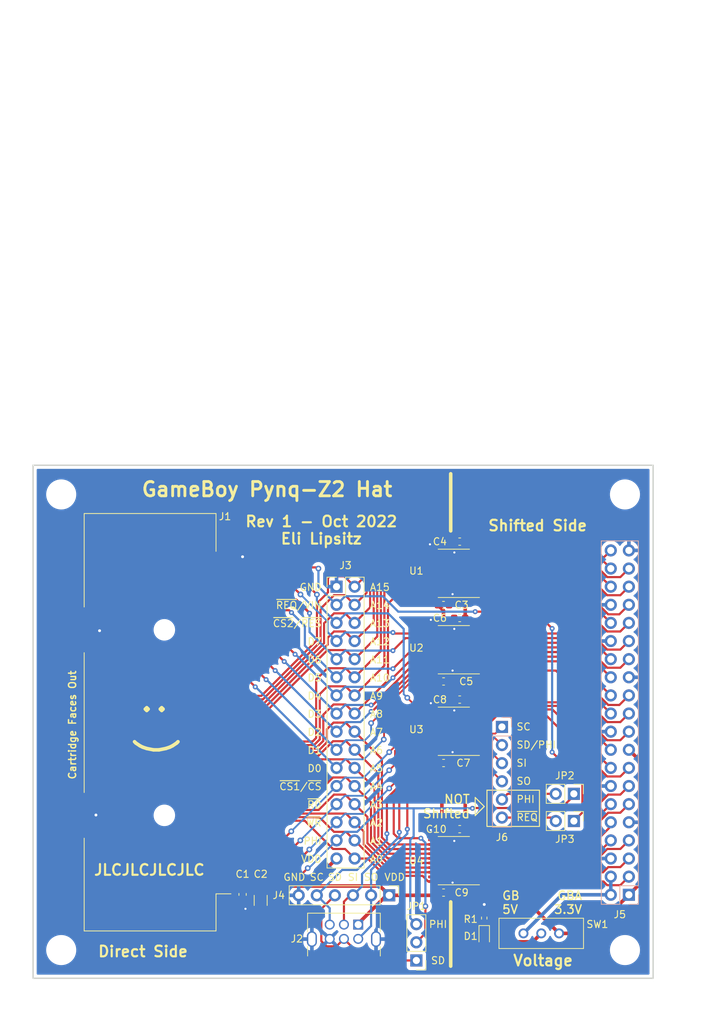
<source format=kicad_pcb>
(kicad_pcb (version 20211014) (generator pcbnew)
  (layers (0 "F.Cu" signal) (31 "B.Cu" power) (34 "B.Paste" user) (35 "F.Paste" user) (36 "B.SilkS" user "B.Silkscreen") (37 "F.SilkS" user "F.Silkscreen") (38 "B.Mask" user) (39 "F.Mask" user) (44 "Edge.Cuts" user))
  (net 0 "")
  (net 1 "VDD")
  (net 2 "GND")
  (net 3 "+3.3V")
  (net 4 "Net-(D1-Pad1)")
  (net 5 "/Cart_PHI")
  (net 6 "/Cart_~{WR}")
  (net 7 "/Cart_~{RD}")
  (net 8 "/Cart_~{CS}")
  (net 9 "/Cart_A0")
  (net 10 "/Cart_A1")
  (net 11 "/Cart_A2")
  (net 12 "/Cart_A3")
  (net 13 "/Cart_A4")
  (net 14 "/Cart_A5")
  (net 15 "/Cart_A6")
  (net 16 "/Cart_A7")
  (net 17 "/Cart_A8")
  (net 18 "/Cart_A9")
  (net 19 "/Cart_A10")
  (net 20 "/Cart_A11")
  (net 21 "/Cart_A12")
  (net 22 "/Cart_A13")
  (net 23 "/Cart_A14")
  (net 24 "/Cart_A15")
  (net 25 "/Cart_D0")
  (net 26 "/Cart_D1")
  (net 27 "/Cart_D2")
  (net 28 "/Cart_D3")
  (net 29 "/Cart_D4")
  (net 30 "/Cart_D5")
  (net 31 "/Cart_D6")
  (net 32 "/Cart_D7")
  (net 33 "/Cart_~{RES}")
  (net 34 "/Cart_VIN")
  (net 35 "/Link_SO")
  (net 36 "/Link_SI")
  (net 37 "/Link_SD")
  (net 38 "/Link_SC")
  (net 39 "/Shift_Aux")
  (net 40 "+5V")
  (net 41 "/Out_~{WR}")
  (net 42 "/Out_~{RD}")
  (net 43 "/Out_~{CS}")
  (net 44 "/Out_~{RES}")
  (net 45 "/Out_A0")
  (net 46 "/Out_A1")
  (net 47 "/Out_A2")
  (net 48 "/Out_A3")
  (net 49 "/Out_A4")
  (net 50 "/Out_A5")
  (net 51 "/Out_A6")
  (net 52 "/Out_A7")
  (net 53 "/Out_A8")
  (net 54 "/Out_A9")
  (net 55 "/Out_A10")
  (net 56 "/Out_A11")
  (net 57 "/Out_A12")
  (net 58 "/Out_A13")
  (net 59 "/Out_A14")
  (net 60 "/Out_A15")
  (net 61 "/Out_D0")
  (net 62 "/Out_D1")
  (net 63 "/Out_D2")
  (net 64 "/Out_D3")
  (net 65 "/Out_D4")
  (net 66 "/Out_D5")
  (net 67 "/Out_D6")
  (net 68 "/Out_D7")
  (net 69 "/Out_Link_SO")
  (net 70 "/Out_Link_SI")
  (net 71 "/Out_Aux")
  (net 72 "/Out_Link_SC")
  (net 73 "Net-(J6-Pad5)")
  (net 74 "Net-(J6-Pad6)")
  (footprint "Capacitor_SMD:C_0603_1608Metric" (layer "F.Cu") (at 173.99 59.395 180)
    (fp_text reference "C3")
    (fp_text value "0.1uF")
  )
  (footprint "Misc:EG1218" (layer "F.Cu") (at 190.206 105.41 -90)
    (fp_text reference "SW1")
    (fp_text value "SW_SPDT" hide)
  )
  (footprint "Connector_PinHeader_2.54mm:PinHeader_1x06_P2.54mm_Vertical" (layer "F.Cu") (at 166.37 100.076 -90)
    (fp_text reference "J4")
    (fp_text value "LinkPort_Breakout")
  )
  (footprint "MountingHole:MountingHole_3.2mm_M3" (layer "F.Cu") (at 120.35 107.75)
    (fp_text reference "H1" hide)
    (fp_text value "MountingHole")
  )
  (footprint "Capacitor_SMD:C_0603_1608Metric" (layer "F.Cu") (at 176.263 90.805)
    (fp_text reference "C10")
    (fp_text value "0.1uF")
  )
  (footprint "Gekkio_Connector_PCBEdge:GameBoy_Cartridge_AGS_1x32-1MP_P1.50mm_Socket_Horizontal" (layer "F.Cu") (at 132.77 75.87 90)
    (fp_text reference "J1")
    (fp_text value "GBA_Cartridge_Slot")
  )
  (footprint "Package_SO:TSSOP-20_4.4x6.5mm_P0.65mm" (layer "F.Cu") (at 175.436802 54.95 180)
    (fp_text reference "U1")
    (fp_text value "TXS0108EPW")
  )
  (footprint "Capacitor_SMD:C_1206_3216Metric" (layer "F.Cu") (at 148.336 100.789 -90)
    (fp_text reference "C2")
    (fp_text value "10uF")
  )
  (footprint "Connector_PinHeader_2.54mm:PinHeader_1x02_P2.54mm_Vertical" (layer "F.Cu") (at 192.283 89.662 -90)
    (fp_text reference "JP3")
    (fp_text value "Jumper_2_Open")
  )
  (footprint "MountingHole:MountingHole_3.2mm_M3" (layer "F.Cu") (at 199.45 107.75)
    (fp_text reference "H2" hide)
    (fp_text value "MountingHole")
  )
  (footprint "Capacitor_SMD:C_0603_1608Metric" (layer "F.Cu") (at 176.263 61.214)
    (fp_text reference "C6")
    (fp_text value "0.1uF")
  )
  (footprint "Capacitor_SMD:C_0603_1608Metric" (layer "F.Cu") (at 145.796 99.949 -90)
    (fp_text reference "C1")
    (fp_text value "0.1uF")
  )
  (footprint "MountingHole:MountingHole_3.2mm_M3" (layer "F.Cu") (at 120.35 43.894)
    (fp_text reference "H3" hide)
    (fp_text value "MountingHole")
  )
  (footprint "Connector_PinHeader_2.54mm:PinHeader_1x03_P2.54mm_Vertical" (layer "F.Cu") (at 170.18 109.205 180)
    (fp_text reference "JP1")
    (fp_text value "Jumper_3_Open")
  )
  (footprint "MountingHole:MountingHole_3.2mm_M3" (layer "F.Cu") (at 199.45 43.894)
    (fp_text reference "H4" hide)
    (fp_text value "MountingHole")
  )
  (footprint "Capacitor_SMD:C_0603_1608Metric" (layer "F.Cu") (at 174 99.695 180)
    (fp_text reference "C9")
    (fp_text value "0.1uF")
  )
  (footprint "Capacitor_SMD:C_0603_1608Metric" (layer "F.Cu") (at 176.263 50.505)
    (fp_text reference "C4")
    (fp_text value "0.1uF")
  )
  (footprint "Capacitor_SMD:C_0603_1608Metric" (layer "F.Cu") (at 174 81.534 180)
    (fp_text reference "C7")
    (fp_text value "0.1uF")
  )
  (footprint "Package_SO:TSSOP-20_4.4x6.5mm_P0.65mm" (layer "F.Cu") (at 175.436802 77.089 180)
    (fp_text reference "U3")
    (fp_text value "TXS0108EPW")
  )
  (footprint "Capacitor_SMD:C_0603_1608Metric" (layer "F.Cu") (at 174 70.104 180)
    (fp_text reference "C5")
    (fp_text value "0.1uF")
  )
  (footprint "Package_SO:TSSOP-20_4.4x6.5mm_P0.65mm" (layer "F.Cu") (at 175.436802 95.22 180)
    (fp_text reference "U4")
    (fp_text value "TXS0108EPW")
  )
  (footprint "Gekkio_Connector:GameBoy_LinkPort_MGB_Horizontal" (layer "F.Cu") (at 162.02 104.18 -90)
    (fp_text reference "J2")
    (fp_text value "GameBoy_LinkPort")
  )
  (footprint "Connector_PinHeader_2.54mm:PinHeader_2x16_P2.54mm_Vertical" (layer "F.Cu") (at 158.98 56.82)
    (fp_text reference "J3")
    (fp_text value "Cart_Breakout")
  )
  (footprint "Capacitor_SMD:C_0603_1608Metric" (layer "F.Cu") (at 176.263 72.644)
    (fp_text reference "C8")
    (fp_text value "0.1uF")
  )
  (footprint "LED_SMD:LED_0603_1608Metric" (layer "F.Cu") (at 179.7025 105.804 -90)
    (fp_text reference "D1")
    (fp_text value "LED")
  )
  (footprint "Connector_PinHeader_2.54mm:PinHeader_1x02_P2.54mm_Vertical" (layer "F.Cu") (at 192.278 85.852 -90)
    (fp_text reference "JP2")
    (fp_text value "Jumper_2_Open")
  )
  (footprint "Resistor_SMD:R_0402_1005Metric" (layer "F.Cu") (at 179.705 103.264 -90)
    (fp_text reference "R1")
    (fp_text value "3K3")
  )
  (footprint "Package_SO:TSSOP-20_4.4x6.5mm_P0.65mm" (layer "F.Cu") (at 175.436802 65.659 180)
    (fp_text reference "U2")
    (fp_text value "TXS0108EPW")
  )
  (footprint "Connector_PinHeader_2.54mm:PinHeader_1x06_P2.54mm_Vertical" (layer "B.Cu") (at 182.19 76.48 180)
    (fp_text reference "J6")
    (fp_text value "Conn_01x06")
  )
  (footprint "Connector_PinSocket_2.54mm:PinSocket_2x20_P2.54mm_Vertical" (layer "B.Cu") (at 200 100)
    (fp_text reference "J5")
    (fp_text value "Raspberry Pi 2x20 Connector")
  )
  (gr_line (start 179.705 87.63) (end 178.435 86.36) (layer "F.SilkS") (width 0.15))
  (gr_rect (start 180.086 85.344) (end 187.452 90.424) (layer "F.SilkS") (width 0.15) (fill none))
  (gr_line (start 178.435 88.9) (end 179.705 87.63) (layer "F.SilkS") (width 0.15))
  (gr_line (start 178.435 86.36) (end 178.435 88.9) (layer "F.SilkS") (width 0.15))
  (gr_line (start 175 101) (end 175 110) (layer "F.SilkS") (width 0.5))
  (gr_line (start 179.705 87.63) (end 178.435 88.9) (layer "F.SilkS") (width 0.15))
  (gr_line (start 175 41) (end 175 49) (layer "F.SilkS") (width 0.5))
  (gr_rect locked (start 116.4 39.8) (end 203.4 111.7) (layer "Edge.Cuts") (width 0.2) (fill none))
  (gr_text "GameBoy Pynq-Z2 Hat" (at 149.225 43.18) (layer "F.SilkS") (effects (font (size 2 2) (thickness 0.4))))
  (gr_text "~{REQ}" (at 184.15 89.154) (layer "F.SilkS") (effects (font (size 1 1)) (justify left)))
  (gr_text "A6" (at 163.576 79.756) (layer "F.SilkS") (effects (font (size 1 1)) (justify left)))
  (gr_text "D6" (at 156.972 67.056) (layer "F.SilkS") (effects (font (size 1 1)) (justify right)))
  (gr_text "~{REQ}/VIN" (at 156.972 59.436) (layer "F.SilkS") (effects (font (size 1 1)) (justify right)))
  (gr_text "NOT\nShifted" (at 177.8 87.63) (layer "F.SilkS") (effects (font (size 1.25 1.25) (thickness 0.2)) (justify right)))
  (gr_text ": )" (at 133.985 76.835 270) (layer "F.SilkS") (effects (font (size 4 4) (thickness 0.5))))
  (gr_text "VDD" (at 165.608 97.536) (layer "F.SilkS") (effects (font (size 1 1)) (justify left)))
  (gr_text "D1" (at 156.972 79.756) (layer "F.SilkS") (effects (font (size 1 1)) (justify right)))
  (gr_text "D0" (at 156.972 82.296) (layer "F.SilkS") (effects (font (size 1 1)) (justify right)))
  (gr_text "D3" (at 156.972 74.676) (layer "F.SilkS") (effects (font (size 1 1)) (justify right)))
  (gr_text "SO" (at 184.15 84.074) (layer "F.SilkS") (effects (font (size 1 1)) (justify left)))
  (gr_text "SC" (at 184.15 76.454) (layer "F.SilkS") (effects (font (size 1 1)) (justify left)))
  (gr_text "A12" (at 163.576 64.516) (layer "F.SilkS") (effects (font (size 1 1)) (justify left)))
  (gr_text "D5" (at 156.972 69.596) (layer "F.SilkS") (effects (font (size 1 1)) (justify right)))
  (gr_text "Direct Side" (at 131.826 107.95) (layer "F.SilkS") (effects (font (size 1.5 1.5) (thickness 0.3))))
  (gr_text "SC" (at 156.21 97.536) (layer "F.SilkS") (effects (font (size 1 1))))
  (gr_text "PHI" (at 173.228 104.14) (layer "F.SilkS") (effects (font (size 1 1))))
  (gr_text "A8" (at 163.576 74.676) (layer "F.SilkS") (effects (font (size 1 1)) (justify left)))
  (gr_text "SI" (at 161.29 97.536) (layer "F.SilkS") (effects (font (size 1 1))))
  (gr_text "~{CS2}/~{RES}" (at 156.972 61.976) (layer "F.SilkS") (effects (font (size 1 1)) (justify right)))
  (gr_text "SD" (at 158.75 97.536) (layer "F.SilkS") (effects (font (size 1 1))))
  (gr_text "A9" (at 163.576 72.136) (layer "F.SilkS") (effects (font (size 1 1)) (justify left)))
  (gr_text "SI" (at 184.15 81.534) (layer "F.SilkS") (effects (font (size 1 1)) (justify left)))
  (gr_text "A13" (at 163.576 61.976) (layer "F.SilkS") (effects (font (size 1 1)) (justify left)))
  (gr_text "VDD" (at 156.972 94.996) (layer "F.SilkS") (effects (font (size 1 1)) (justify right)))
  (gr_text "A3" (at 163.576 87.376) (layer "F.SilkS") (effects (font (size 1 1)) (justify left)))
  (gr_text "SO" (at 163.83 97.536) (layer "F.SilkS") (effects (font (size 1 1))))
  (gr_text "A7" (at 163.576 77.216) (layer "F.SilkS") (effects (font (size 1 1)) (justify left)))
  (gr_text "Cartridge Faces Out" (at 121.92 76.2 90) (layer "F.SilkS") (effects (font (size 1 1) (thickness 0.2))))
  (gr_text "GB\n5V" (at 182.118 101.092) (layer "F.SilkS") (effects (font (size 1.2 1.2) (thickness 0.2)) (justify left)))
  (gr_text "GBA\n3.3V" (at 193.548 101.092) (layer "F.SilkS") (effects (font (size 1.2 1.2) (thickness 0.2)) (justify right)))
  (gr_text "GND" (at 156.972 56.896) (layer "F.SilkS") (effects (font (size 1 1)) (justify right)))
  (gr_text "PHI" (at 184.15 86.614) (layer "F.SilkS") (effects (font (size 1 1)) (justify left)))
  (gr_text "~{WR}" (at 156.972 89.916) (layer "F.SilkS") (effects (font (size 1 1)) (justify right)))
  (gr_text "D2" (at 156.972 77.216) (layer "F.SilkS") (effects (font (size 1 1)) (justify right)))
  (gr_text "D7" (at 156.972 64.516) (layer "F.SilkS") (effects (font (size 1 1)) (justify right)))
  (gr_text "~{CS1}/~{CS}" (at 156.972 84.836) (layer "F.SilkS") (effects (font (size 1 1)) (justify right)))
  (gr_text "A11" (at 163.576 67.056) (layer "F.SilkS") (effects (font (size 1 1)) (justify left)))
  (gr_text "A10" (at 163.576 69.596) (layer "F.SilkS") (effects (font (size 1 1)) (justify left)))
  (gr_text "A4" (at 163.576 84.836) (layer "F.SilkS") (effects (font (size 1 1)) (justify left)))
  (gr_text "A5" (at 163.576 82.296) (layer "F.SilkS") (effects (font (size 1 1)) (justify left)))
  (gr_text "A15" (at 163.576 56.896) (layer "F.SilkS") (effects (font (size 1 1)) (justify left)))
  (gr_text "SD/PHI" (at 184.15 78.994) (layer "F.SilkS") (effects (font (size 1 1)) (justify left)))
  (gr_text "PHI" (at 156.972 92.456) (layer "F.SilkS") (effects (font (size 1 1)) (justify right)))
  (gr_text "JLCJLCJLCJLC" (at 132.715 96.52) (layer "F.SilkS") (effects (font (size 1.5 1.5) (thickness 0.3))))
  (gr_text "Shifted Side" (at 187.198 48.26) (layer "F.SilkS") (effects (font (size 1.5 1.5) (thickness 0.3))))
  (gr_text "SD" (at 173.228 109.22) (layer "F.SilkS") (effects (font (size 1 1))))
  (gr_text "Rev 1 - Oct 2022\nEli Lipsitz" (at 156.845 48.895) (layer "F.SilkS") (effects (font (size 1.5 1.5) (thickness 0.3))))
  (gr_text "A0" (at 163.576 94.996) (layer "F.SilkS") (effects (font (size 1 1)) (justify left)))
  (gr_text "GND" (at 154.686 97.536) (layer "F.SilkS") (effects (font (size 1 1)) (justify right)))
  (gr_text "~{RD}" (at 156.972 87.376) (layer "F.SilkS") (effects (font (size 1 1)) (justify right)))
  (gr_text "Voltage" (at 187.96 109.22) (layer "F.SilkS") (effects (font (size 1.5 1.5) (thickness 0.3))))
  (gr_text "A2" (at 163.576 89.916) (layer "F.SilkS") (effects (font (size 1 1)) (justify left)))
  (gr_text "A1" (at 163.576 92.456) (layer "F.SilkS") (effects (font (size 1 1)) (justify left)))
  (gr_text "A14" (at 163.576 59.436) (layer "F.SilkS") (effects (font (size 1 1)) (justify left)))
  (gr_text "D4" (at 156.972 72.136) (layer "F.SilkS") (effects (font (size 1 1)) (justify right)))
  (segment (start 173.99 68.199) (end 173.99 69.339) (width 0.5) (layer "F.Cu") (net 1))
  (segment (start 173.725 67.934) (end 173.99 68.199) (width 0.3) (layer "F.Cu") (net 1))
  (segment (start 148.196 99.174) (end 148.336 99.314) (width 0.5) (layer "F.Cu") (net 1))
  (segment (start 173.99 69.339) (end 173.225 70.104) (width 0.5) (layer "F.Cu") (net 1))
  (segment (start 143.02 99.12) (end 145.742 99.12) (width 0.5) (layer "F.Cu") (net 1))
  (segment (start 165.07 98.776) (end 166.37 100.076) (width 0.5) (layer "F.Cu") (net 1))
  (segment (start 166.37 100.076) (end 172.844 100.076) (width 0.5) (layer "F.Cu") (net 1))
  (segment (start 173.8645 58.7455) (end 173.215 59.395) (width 0.5) (layer "F.Cu") (net 1))
  (segment (start 173.761802 70.640802) (end 173.761802 79.222198) (width 0.5) (layer "F.Cu") (net 1))
  (segment (start 162.02 104.045) (end 166.37 99.695) (width 0.5) (layer "F.Cu") (net 1))
  (segment (start 179.7025 106.5915) (end 175.8415 106.5915) (width 0.5) (layer "F.Cu") (net 1))
  (segment (start 154.97 98.776) (end 165.07 98.776) (width 0.5) (layer "F.Cu") (net 1))
  (segment (start 173.215 59.395) (end 173.99 60.17) (width 0.5) (layer "F.Cu") (net 1))
  (segment (start 173.225 81.534) (end 173.761802 82.070802) (width 0.5) (layer "F.Cu") (net 1))
  (segment (start 158.98 94.92) (end 155.124 98.776) (width 0.5) (layer "F.Cu") (net 1))
  (segment (start 173.761802 79.222198) (end 173.761802 80.997198) (width 0.5) (layer "F.Cu") (net 1))
  (segment (start 172.574302 97.495) (end 173.65 97.495) (width 0.3) (layer "F.Cu") (net 1))
  (segment (start 173.965 58.645) (end 173.215 59.395) (width 0.3) (layer "F.Cu") (net 1))
  (segment (start 173.225 70.104) (end 173.761802 70.640802) (width 0.5) (layer "F.Cu") (net 1))
  (segment (start 173.65 97.495) (end 173.761802 97.383198) (width 0.3) (layer "F.Cu") (net 1))
  (segment (start 172.844 100.076) (end 173.225 99.695) (width 0.5) (layer "F.Cu") (net 1))
  (segment (start 155.124 98.776) (end 154.97 98.776) (width 0.5) (layer "F.Cu") (net 1))
  (segment (start 173.761802 99.158198) (end 173.225 99.695) (width 0.5) (layer "F.Cu") (net 1))
  (segment (start 173.761802 80.997198) (end 173.225 81.534) (width 0.5) (layer "F.Cu") (net 1))
  (segment (start 175.8415 106.5915) (end 173.225 103.975) (width 0.5) (layer "F.Cu") (net 1))
  (segment (start 148.874 98.776) (end 155.124 98.776) (width 0.5) (layer "F.Cu") (net 1))
  (segment (start 173.225 103.975) (end 173.225 99.695) (width 0.5) (layer "F.Cu") (net 1))
  (segment (start 173.761802 97.383198) (end 173.761802 82.070802) (width 0.5) (layer "F.Cu") (net 1))
  (segment (start 173.298198 57.225) (end 173.965 57.891802) (width 0.3) (layer "F.Cu") (net 1))
  (segment (start 173.99 60.17) (end 173.99 68.199) (width 0.5) (layer "F.Cu") (net 1))
  (segment (start 172.574302 79.364) (end 173.62 79.364) (width 0.3) (layer "F.Cu") (net 1))
  (segment (start 172.574302 67.934) (end 173.725 67.934) (width 0.3) (layer "F.Cu") (net 1))
  (segment (start 145.796 99.174) (end 148.196 99.174) (width 0.5) (layer "F.Cu") (net 1))
  (segment (start 173.62 79.364) (end 173.761802 79.222198) (width 0.3) (layer "F.Cu") (net 1))
  (segment (start 145.742 99.12) (end 145.796 99.174) (width 0.5) (layer "F.Cu") (net 1))
  (segment (start 173.965 57.891802) (end 173.965 58.645) (width 0.3) (layer "F.Cu") (net 1))
  (segment (start 148.336 99.314) (end 148.874 98.776) (width 0.5) (layer "F.Cu") (net 1))
  (segment (start 186.5245 106.5915) (end 179.7025 106.5915) (width 0.5) (layer "F.Cu") (net 1))
  (segment (start 187.706 105.41) (end 186.5245 106.5915) (width 0.5) (layer "F.Cu") (net 1))
  (segment (start 172.574302 57.225) (end 173.298198 57.225) (width 0.3) (layer "F.Cu") (net 1))
  (segment (start 173.761802 97.383198) (end 173.761802 99.158198) (width 0.5) (layer "F.Cu") (net 1))
  (segment (start 145.796 100.724) (end 145.796 101.564) (width 0.3) (layer "F.Cu") (net 2))
  (segment (start 174.765 58.366) (end 175.26 57.871) (width 0.3) (layer "F.Cu") (net 2))
  (segment (start 172.574302 51.375302) (end 172.085 50.886) (width 0.3) (layer "F.Cu") (net 2))
  (segment (start 174.775 98.783) (end 175.26 98.298) (width 0.3) (layer "F.Cu") (net 2))
  (segment (start 142.965 52.62) (end 145.787 52.62) (width 0.3) (layer "F.Cu") (net 2))
  (segment (start 123.146 62.946) (end 125.684 62.946) (width 0.3) (layer "F.Cu") (net 2))
  (segment (start 174.775 81.534) (end 174.775 80.495) (width 0.3) (layer "F.Cu") (net 2))
  (segment (start 145.796 101.564) (end 146.201 101.969) (width 0.3) (layer "F.Cu") (net 2))
  (segment (start 172.574302 73.514302) (end 172.212 73.152) (width 0.3) (layer "F.Cu") (net 2))
  (segment (start 148.336 102.264) (end 146.496 102.264) (width 0.3) (layer "F.Cu") (net 2))
  (segment (start 175.488 52.003) (end 175.514 52.029) (width 0.3) (layer "F.Cu") (net 2))
  (segment (start 174.775 70.104) (end 174.775 69.065) (width 0.3) (layer "F.Cu") (net 2))
  (segment (start 122.638 88.87) (end 125.176 88.87) (width 0.3) (layer "F.Cu") (net 2))
  (segment (start 174.765 59.395) (end 174.765 58.366) (width 0.3) (layer "F.Cu") (net 2))
  (segment (start 172.574302 91.294302) (end 172.212 90.932) (width 0.3) (layer "F.Cu") (net 2))
  (segment (start 172.574302 74.164) (end 172.574302 73.514302) (width 0.3) (layer "F.Cu") (net 2))
  (segment (start 172.574302 61.830302) (end 172.212 61.468) (width 0.3) (layer "F.Cu") (net 2))
  (segment (start 172.574302 92.295) (end 172.574302 91.294302) (width 0.3) (layer "F.Cu") (net 2))
  (segment (start 172.574302 52.025) (end 172.574302 51.375302) (width 0.3) (layer "F.Cu") (net 2))
  (segment (start 175.475 90.932) (end 175.475 92.43) (width 0.3) (layer "F.Cu") (net 2))
  (segment (start 179.705 101.359) (end 179.705 102.754) (width 0.3) (layer "F.Cu") (net 2))
  (segment (start 174.775 69.065) (end 175.26 68.58) (width 0.3) (layer "F.Cu") (net 2))
  (segment (start 175.488 50.505) (end 175.488 52.003) (width 0.3) (layer "F.Cu") (net 2))
  (segment (start 174.775 99.695) (end 174.775 98.783) (width 0.3) (layer "F.Cu") (net 2))
  (segment (start 174.775 80.495) (end 175.26 80.01) (width 0.3) (layer "F.Cu") (net 2))
  (segment (start 172.574302 62.734) (end 172.574302 61.830302) (width 0.3) (layer "F.Cu") (net 2))
  (segment (start 175.475 61.214) (end 175.475 62.712) (width 0.3) (layer "F.Cu") (net 2))
  (segment (start 175.475 72.644) (end 175.475 74.142) (width 0.3) (layer "F.Cu") (net 2))
  (via (at 172.212 90.932) (size 0.7) (drill 0.3) (layers "F.Cu" "B.Cu") (net 2))
  (via (at 179.705 101.359) (size 0.8) (drill 0.4) (layers "F.Cu" "B.Cu") (net 2))
  (via (at 125.222 88.824) (size 0.8) (drill 0.4) (layers "F.Cu" "B.Cu") (net 2))
  (via (at 175.501 62.738) (size 0.7) (drill 0.3) (layers "F.Cu" "B.Cu") (net 2))
  (via (at 175.26 68.58) (size 0.7) (drill 0.3) (layers "F.Cu" "B.Cu") (net 2))
  (via (at 175.26 98.298) (size 0.7) (drill 0.3) (layers "F.Cu" "B.Cu") (net 2))
  (via (at 172.085 50.886) (size 0.7) (drill 0.3) (layers "F.Cu" "B.Cu") (net 2))
  (via (at 175.514 52.029) (size 0.7) (drill 0.3) (layers "F.Cu" "B.Cu") (net 2))
  (via (at 125.73 62.992) (size 0.8) (drill 0.4) (layers "F.Cu" "B.Cu") (net 2))
  (via (at 146.201 101.969) (size 0.7) (drill 0.3) (layers "F.Cu" "B.Cu") (net 2))
  (via (at 175.26 57.871) (size 0.7) (drill 0.3) (layers "F.Cu" "B.Cu") (net 2))
  (via (at 172.212 73.152) (size 0.7) (drill 0.3) (layers "F.Cu" "B.Cu") (net 2))
  (via (at 145.796 52.629) (size 0.8) (drill 0.4) (layers "F.Cu" "B.Cu") (net 2))
  (via (at 172.212 61.468) (size 0.7) (drill 0.3) (layers "F.Cu" "B.Cu") (net 2))
  (via (at 175.26 80.01) (size 0.7) (drill 0.3) (layers "F.Cu" "B.Cu") (net 2))
  (via (at 175.501 74.168) (size 0.7) (drill 0.3) (layers "F.Cu" "B.Cu") (net 2))
  (via (at 175.501 92.456) (size 0.7) (drill 0.3) (layers "F.Cu" "B.Cu") (net 2))
  (segment (start 177.038 78.225) (end 177.038 90.805) (width 0.5) (layer "F.Cu") (net 3))
  (segment (start 177.303 74.164) (end 177.038 74.429) (width 0.3) (layer "F.Cu") (net 3))
  (segment (start 177.038 68.319) (end 177.038 72.644) (width 0.5) (layer "F.Cu") (net 3))
  (segment (start 177.038 63.239) (end 177.038 68.319) (width 0.5) (layer "F.Cu") (net 3))
  (segment (start 190.206 105.41) (end 194.59 105.41) (width 0.5) (layer "F.Cu") (net 3))
  (segment (start 201.93 98.07) (end 200 100) (width 0.5) (layer "F.Cu") (net 3))
  (segment (start 177.43 67.934) (end 177.038 68.326) (width 0.3) (layer "F.Cu") (net 3))
  (segment (start 177.423 79.364) (end 177.038 79.749) (width 0.3) (layer "F.Cu") (net 3))
  (segment (start 177.038 61.214) (end 177.038 63.239) (width 0.5) (layer "F.Cu") (net 3))
  (segment (start 177.046698 99.322698) (end 177.046698 97.290698) (width 0.5) (layer "F.Cu") (net 3))
  (segment (start 177.046698 90.816) (end 177.046698 92.601) (width 0.5) (layer "F.Cu") (net 3))
  (segment (start 177.046698 92.601) (end 177.046698 97.290698) (width 0.5) (layer "F.Cu") (net 3))
  (segment (start 177.251 97.495) (end 177.046698 97.290698) (width 0.3) (layer "F.Cu") (net 3))
  (segment (start 177.038 52.537) (end 177.038 63.205) (width 0.5) (layer "F.Cu") (net 3))
  (segment (start 178.299302 97.495) (end 177.251 97.495) (width 0.3) (layer "F.Cu") (net 3))
  (segment (start 178.299302 57.225) (end 177.176 57.225) (width 0.3) (layer "F.Cu") (net 3))
  (segment (start 177.038 74.429) (end 177.038 79.749) (width 0.5) (layer "F.Cu") (net 3))
  (segment (start 200 79.68) (end 201.93 81.61) (width 0.5) (layer "F.Cu") (net 3))
  (segment (start 177.352698 92.295) (end 177.046698 92.601) (width 0.3) (layer "F.Cu") (net 3))
  (segment (start 178.299302 79.364) (end 177.423 79.364) (width 0.3) (layer "F.Cu") (net 3))
  (segment (start 178.299302 62.734) (end 177.543 62.734) (width 0.3) (layer "F.Cu") (net 3))
  (segment (start 194.59 105.41) (end 200 100) (width 0.5) (layer "F.Cu") (net 3))
  (segment (start 184.364 99.568) (end 177.292 99.568) (width 0.5) (layer "F.Cu") (net 3))
  (segment (start 178.299302 67.934) (end 177.43 67.934) (width 0.3) (layer "F.Cu") (net 3))
  (segment (start 177.038 72.644) (end 177.038 74.429) (width 0.5) (layer "F.Cu") (net 3))
  (segment (start 201.93 81.61) (end 201.93 98.07) (width 0.5) (layer "F.Cu") (net 3))
  (segment (start 178.299302 74.164) (end 177.303 74.164) (width 0.3) (layer "F.Cu") (net 3))
  (segment (start 178.299302 92.295) (end 177.352698 92.295) (width 0.3) (layer "F.Cu") (net 3))
  (segment (start 177.55 52.025) (end 177.038 52.537) (width 0.3) (layer "F.Cu") (net 3))
  (segment (start 177.038 50.505) (end 177.038 52.537) (width 0.5) (layer "F.Cu") (net 3))
  (segment (start 190.206 105.41) (end 184.364 99.568) (width 0.5) (layer "F.Cu") (net 3))
  (segment (start 177.543 62.734) (end 177.038 63.239) (width 0.3) (layer "F.Cu") (net 3))
  (segment (start 177.292 99.568) (end 177.046698 99.322698) (width 0.5) (layer "F.Cu") (net 3))
  (segment (start 179.705 103.774) (end 179.705 105.014) (width 0.3) (layer "F.Cu") (net 4))
  (segment (start 179.705 104.62) (end 179.7025 104.6225) (width 0.3) (layer "F.Cu") (net 4))
  (segment (start 143.02 97.62) (end 153.586 97.62) (width 0.3) (layer "F.Cu") (net 5))
  (segment (start 153.586 97.62) (end 154.94 96.266) (width 0.3) (layer "F.Cu") (net 5))
  (segment (start 178.098 87.84) (end 190.544 87.84) (width 0.3) (layer "F.Cu") (net 5))
  (segment (start 190.544 87.84) (end 192.278 86.106) (width 0.3) (layer "F.Cu") (net 5))
  (segment (start 178.054 87.884) (end 178.098 87.84) (width 0.3) (layer "F.Cu") (net 5))
  (via (at 154.94 96.266) (size 0.8) (drill 0.4) (layers "F.Cu" "B.Cu") (net 5))
  (via (at 178.054 87.884) (size 0.7) (drill 0.3) (layers "F.Cu" "B.Cu") (net 5))
  (segment (start 154.94 96.266) (end 155.094 96.266) (width 0.25) (layer "B.Cu") (net 5))
  (segment (start 155.094 96.266) (end 158.98 92.38) (width 0.25) (layer "B.Cu") (net 5))
  (segment (start 169.33 103.275) (end 169.33 92.29) (width 0.3) (layer "B.Cu") (net 5))
  (segment (start 169.33 92.29) (end 169.799 91.821) (width 0.3) (layer "B.Cu") (net 5))
  (segment (start 158.98 92.38) (end 160.18 91.18) (width 0.3) (layer "B.Cu") (net 5))
  (segment (start 169.799 87.884) (end 178.054 87.884) (width 0.3) (layer "B.Cu") (net 5))
  (segment (start 169.799 91.821) (end 169.799 87.884) (width 0.3) (layer "B.Cu") (net 5))
  (segment (start 169.799 87.884) (end 165.173057 87.884) (width 0.3) (layer "B.Cu") (net 5))
  (segment (start 165.173057 87.884) (end 161.877057 91.18) (width 0.3) (layer "B.Cu") (net 5))
  (segment (start 161.877057 91.18) (end 160.18 91.18) (width 0.3) (layer "B.Cu") (net 5))
  (segment (start 170.18 104.125) (end 169.33 103.275) (width 0.3) (layer "B.Cu") (net 5))
  (segment (start 166.37 85.09) (end 167.637108 83.822892) (width 0.25) (layer "F.Cu") (net 6))
  (segment (start 167.637108 83.822892) (end 167.637108 80.170938) (width 0.25) (layer "F.Cu") (net 6))
  (segment (start 171.044046 76.764) (end 172.574302 76.764) (width 0.25) (layer "F.Cu") (net 6))
  (segment (start 143.02 96.12) (end 152.7 96.12) (width 0.3) (layer "F.Cu") (net 6))
  (segment (start 152.7 96.12) (end 155.17 93.65) (width 0.3) (layer "F.Cu") (net 6))
  (segment (start 167.637108 80.170938) (end 171.044046 76.764) (width 0.25) (layer "F.Cu") (net 6))
  (via (at 155.17 93.65) (size 0.8) (drill 0.4) (layers "F.Cu" "B.Cu") (net 6))
  (via (at 166.37 85.09) (size 0.8) (drill 0.4) (layers "F.Cu" "B.Cu") (net 6))
  (segment (start 158.98 89.84) (end 160.155 88.665) (width 0.25) (layer "B.Cu") (net 6))
  (segment (start 162.795 88.665) (end 166.37 85.09) (width 0.25) (layer "B.Cu") (net 6))
  (segment (start 160.155 88.665) (end 162.795 88.665) (width 0.25) (layer "B.Cu") (net 6))
  (segment (start 155.17 93.65) (end 158.98 89.84) (width 0.25) (layer "B.Cu") (net 6))
  (segment (start 167.187108 79.829288) (end 170.902396 76.114) (width 0.25) (layer "F.Cu") (net 7))
  (segment (start 143.02 94.62) (end 151.66 94.62) (width 0.3) (layer "F.Cu") (net 7))
  (segment (start 170.902396 76.114) (end 172.574302 76.114) (width 0.25) (layer "F.Cu") (net 7))
  (segment (start 167.187108 81.732892) (end 167.187108 79.829288) (width 0.25) (layer "F.Cu") (net 7))
  (segment (start 166.37 82.55) (end 167.187108 81.732892) (width 0.25) (layer "F.Cu") (net 7))
  (segment (start 151.66 94.62) (end 153.9 92.38) (width 0.3) (layer "F.Cu") (net 7))
  (via (at 166.37 82.55) (size 0.8) (drill 0.4) (layers "F.Cu" "B.Cu") (net 7))
  (via (at 153.9 92.38) (size 0.8) (drill 0.4) (layers "F.Cu" "B.Cu") (net 7))
  (segment (start 158.98 87.3) (end 160.155 86.125) (width 0.25) (layer "B.Cu") (net 7))
  (segment (start 162.795 86.125) (end 166.37 82.55) (width 0.25) (layer "B.Cu") (net 7))
  (segment (start 153.9 92.38) (end 158.98 87.3) (width 0.25) (layer "B.Cu") (net 7))
  (segment (start 160.155 86.125) (end 162.795 86.125) (width 0.25) (layer "B.Cu") (net 7))
  (segment (start 143.02 93.12) (end 150.62 93.12) (width 0.3) (layer "F.Cu") (net 8))
  (segment (start 166.37 80.01) (end 170.916 75.464) (width 0.25) (layer "F.Cu") (net 8))
  (segment (start 170.916 75.464) (end 172.574302 75.464) (width 0.25) (layer "F.Cu") (net 8))
  (segment (start 150.62 93.12) (end 152.63 91.11) (width 0.3) (layer "F.Cu") (net 8))
  (via (at 166.37 80.01) (size 0.8) (drill 0.4) (layers "F.Cu" "B.Cu") (net 8))
  (via (at 152.63 91.11) (size 0.8) (drill 0.4) (layers "F.Cu" "B.Cu") (net 8))
  (segment (start 160.155 83.585) (end 162.795 83.585) (width 0.25) (layer "B.Cu") (net 8))
  (segment (start 152.63 91.11) (end 158.98 84.76) (width 0.25) (layer "B.Cu") (net 8))
  (segment (start 162.795 83.585) (end 166.37 80.01) (width 0.25) (layer "B.Cu") (net 8))
  (segment (start 158.98 84.76) (end 160.155 83.585) (width 0.25) (layer "B.Cu") (net 8))
  (segment (start 143.02 91.62) (end 143.72 91.62) (width 0.3) (layer "F.Cu") (net 9))
  (segment (start 171.850406 98.145) (end 171.050406 97.345) (width 0.3) (layer "F.Cu") (net 9))
  (segment (start 172.574302 98.145) (end 171.850406 98.145) (width 0.3) (layer "F.Cu") (net 9))
  (segment (start 165.777894 97.345) (end 163.352894 94.92) (width 0.3) (layer "F.Cu") (net 9))
  (segment (start 154.522943 89.62) (end 158.482943 93.58) (width 0.3) (layer "F.Cu") (net 9))
  (segment (start 143.72 91.62) (end 145.72 89.62) (width 0.3) (layer "F.Cu") (net 9))
  (segment (start 171.050406 97.345) (end 165.777894 97.345) (width 0.3) (layer "F.Cu") (net 9))
  (segment (start 145.72 89.62) (end 154.522943 89.62) (width 0.3) (layer "F.Cu") (net 9))
  (segment (start 158.482943 93.58) (end 160.18 93.58) (width 0.3) (layer "F.Cu") (net 9))
  (segment (start 160.18 93.58) (end 161.52 94.92) (width 0.3) (layer "F.Cu") (net 9))
  (segment (start 163.352894 94.92) (end 161.52 94.92) (width 0.3) (layer "F.Cu") (net 9))
  (segment (start 165.985 96.845) (end 161.52 92.38) (width 0.3) (layer "F.Cu") (net 10))
  (segment (start 145.034 89.12) (end 156.562943 89.12) (width 0.3) (layer "F.Cu") (net 10))
  (segment (start 160.32 91.18) (end 161.52 92.38) (width 0.3) (layer "F.Cu") (net 10))
  (segment (start 156.562943 89.12) (end 158.622943 91.18) (width 0.3) (layer "F.Cu") (net 10))
  (segment (start 143.02 90.12) (end 144.034 90.12) (width 0.3) (layer "F.Cu") (net 10))
  (segment (start 144.034 90.12) (end 145.034 89.12) (width 0.3) (layer "F.Cu") (net 10))
  (segment (start 158.622943 91.18) (end 160.32 91.18) (width 0.3) (layer "F.Cu") (net 10))
  (segment (start 172.574302 96.845) (end 165.985 96.845) (width 0.3) (layer "F.Cu") (net 10))
  (segment (start 162.814 92.966894) (end 166.042106 96.195) (width 0.3) (layer "F.Cu") (net 11))
  (segment (start 143.02 88.62) (end 160.3 88.62) (width 0.3) (layer "F.Cu") (net 11))
  (segment (start 161.52 89.84) (end 162.814 91.134) (width 0.3) (layer "F.Cu") (net 11))
  (segment (start 160.3 88.62) (end 161.52 89.84) (width 0.3) (layer "F.Cu") (net 11))
  (segment (start 166.042106 96.195) (end 172.574302 96.195) (width 0.3) (layer "F.Cu") (net 11))
  (segment (start 162.814 91.134) (end 162.814 92.966894) (width 0.3) (layer "F.Cu") (net 11))
  (segment (start 143.02 87.12) (end 144.034 87.12) (width 0.3) (layer "F.Cu") (net 12))
  (segment (start 163.314 89.094) (end 161.52 87.3) (width 0.3) (layer "F.Cu") (net 12))
  (segment (start 166.099212 95.545) (end 163.314 92.759788) (width 0.3) (layer "F.Cu") (net 12))
  (segment (start 172.574302 95.545) (end 166.099212 95.545) (width 0.3) (layer "F.Cu") (net 12))
  (segment (start 163.314 92.759788) (end 163.314 89.094) (width 0.3) (layer "F.Cu") (net 12))
  (segment (start 158.622943 85.96) (end 160.18 85.96) (width 0.3) (layer "F.Cu") (net 12))
  (segment (start 160.18 85.96) (end 161.52 87.3) (width 0.3) (layer "F.Cu") (net 12))
  (segment (start 145.034 88.12) (end 156.462943 88.12) (width 0.3) (layer "F.Cu") (net 12))
  (segment (start 156.462943 88.12) (end 158.622943 85.96) (width 0.3) (layer "F.Cu") (net 12))
  (segment (start 144.034 87.12) (end 145.034 88.12) (width 0.3) (layer "F.Cu") (net 12))
  (segment (start 172.574302 94.895) (end 166.156318 94.895) (width 0.3) (layer "F.Cu") (net 13))
  (segment (start 145.72 87.62) (end 154.422943 87.62) (width 0.3) (layer "F.Cu") (net 13))
  (segment (start 154.422943 87.62) (end 158.482943 83.56) (width 0.3) (layer "F.Cu") (net 13))
  (segment (start 160.32 83.56) (end 161.52 84.76) (width 0.3) (layer "F.Cu") (net 13))
  (segment (start 163.814 92.552682) (end 163.814 87.054) (width 0.3) (layer "F.Cu") (net 13))
  (segment (start 163.814 87.054) (end 161.52 84.76) (width 0.3) (layer "F.Cu") (net 13))
  (segment (start 143.72 85.62) (end 145.72 87.62) (width 0.3) (layer "F.Cu") (net 13))
  (segment (start 143.02 85.62) (end 143.72 85.62) (width 0.3) (layer "F.Cu") (net 13))
  (segment (start 166.156318 94.895) (end 163.814 92.552682) (width 0.3) (layer "F.Cu") (net 13))
  (segment (start 158.482943 83.56) (end 160.32 83.56) (width 0.3) (layer "F.Cu") (net 13))
  (segment (start 172.574302 94.245) (end 166.213424 94.245) (width 0.3) (layer "F.Cu") (net 14))
  (segment (start 164.314 85.014) (end 161.52 82.22) (width 0.3) (layer "F.Cu") (net 14))
  (segment (start 160.32 81.02) (end 161.52 82.22) (width 0.3) (layer "F.Cu") (net 14))
  (segment (start 147.02 81.02) (end 160.32 81.02) (width 0.3) (layer "F.Cu") (net 14))
  (segment (start 143.02 84.12) (end 143.92 84.12) (width 0.3) (layer "F.Cu") (net 14))
  (segment (start 164.314 92.345576) (end 164.314 85.014) (width 0.3) (layer "F.Cu") (net 14))
  (segment (start 166.213424 94.245) (end 164.314 92.345576) (width 0.3) (layer "F.Cu") (net 14))
  (segment (start 143.92 84.12) (end 147.02 81.02) (width 0.3) (layer "F.Cu") (net 14))
  (segment (start 156.442943 80.52) (end 158.482943 78.48) (width 0.3) (layer "F.Cu") (net 15))
  (segment (start 164.846 92.17047) (end 164.846 83.006) (width 0.3) (layer "F.Cu") (net 15))
  (segment (start 145.82 80.52) (end 156.442943 80.52) (width 0.3) (layer "F.Cu") (net 15))
  (segment (start 143.72 82.62) (end 145.82 80.52) (width 0.3) (layer "F.Cu") (net 15))
  (segment (start 164.846 83.006) (end 161.52 79.68) (width 0.3) (layer "F.Cu") (net 15))
  (segment (start 143.92 82.62) (end 143.02 82.62) (width 0.3) (layer "F.Cu") (net 15))
  (segment (start 158.482943 78.48) (end 160.32 78.48) (width 0.3) (layer "F.Cu") (net 15))
  (segment (start 166.27053 93.595) (end 164.846 92.17047) (width 0.3) (layer "F.Cu") (net 15))
  (segment (start 143.02 82.62) (end 143.72 82.62) (width 0.3) (layer "F.Cu") (net 15))
  (segment (start 172.574302 93.595) (end 166.27053 93.595) (width 0.3) (layer "F.Cu") (net 15))
  (segment (start 160.32 78.48) (end 161.52 79.68) (width 0.3) (layer "F.Cu") (net 15))
  (segment (start 166.327636 92.945) (end 165.346 91.963364) (width 0.3) (layer "F.Cu") (net 16))
  (segment (start 172.574302 92.945) (end 166.327636 92.945) (width 0.3) (layer "F.Cu") (net 16))
  (segment (start 165.346 80.966) (end 161.52 77.14) (width 0.3) (layer "F.Cu") (net 16))
  (segment (start 157.624919 76.798024) (end 158.552943 75.87) (width 0.3) (layer "F.Cu") (net 16))
  (segment (start 156.235837 80.02) (end 157.624919 78.630918) (width 0.3) (layer "F.Cu") (net 16))
  (segment (start 160.25 75.87) (end 161.52 77.14) (width 0.3) (layer "F.Cu") (net 16))
  (segment (start 144.82 80.02) (end 156.235837 80.02) (width 0.3) (layer "F.Cu") (net 16))
  (segment (start 165.346 91.963364) (end 165.346 80.966) (width 0.3) (layer "F.Cu") (net 16))
  (segment (start 143.72 81.12) (end 144.82 80.02) (width 0.3) (layer "F.Cu") (net 16))
  (segment (start 159.08 75.87) (end 160.25 75.87) (width 0.3) (layer "F.Cu") (net 16))
  (segment (start 158.552943 75.87) (end 159.08 75.87) (width 0.3) (layer "F.Cu") (net 16))
  (segment (start 143.02 81.12) (end 143.72 81.12) (width 0.3) (layer "F.Cu") (net 16))
  (segment (start 157.624919 78.630918) (end 157.624919 76.798024) (width 0.3) (layer "F.Cu") (net 16))
  (segment (start 172.574302 57.875) (end 167.55 57.875) (width 0.3) (layer "F.Cu") (net 17))
  (segment (start 166.195 59.23) (end 166.195 69.925) (width 0.3) (layer "F.Cu") (net 17))
  (segment (start 157.124919 78.423812) (end 157.124919 74.758024) (width 0.3) (layer "F.Cu") (net 17))
  (segment (start 167.55 57.875) (end 166.195 59.23) (width 0.3) (layer "F.Cu") (net 17))
  (segment (start 157.124919 74.758024) (end 158.552943 73.33) (width 0.3) (layer "F.Cu") (net 17))
  (segment (start 156.028731 79.52) (end 157.124919 78.423812) (width 0.3) (layer "F.Cu") (net 17))
  (segment (start 144.612893 79.52) (end 156.028731 79.52) (width 0.3) (layer "F.Cu") (net 17))
  (segment (start 158.552943 73.33) (end 160.25 73.33) (width 0.3) (layer "F.Cu") (net 17))
  (segment (start 143.02 79.62) (end 144.512893 79.62) (width 0.3) (layer "F.Cu") (net 17))
  (segment (start 166.195 69.925) (end 161.52 74.6) (width 0.3) (layer "F.Cu") (net 17))
  (segment (start 144.512893 79.62) (end 144.612893 79.52) (width 0.3) (layer "F.Cu") (net 17))
  (segment (start 160.25 73.33) (end 161.52 74.6) (width 0.3) (layer "F.Cu") (net 17))
  (segment (start 165.695 56.887636) (end 165.695 67.885) (width 0.3) (layer "F.Cu") (net 18))
  (segment (start 145.288 79.02) (end 155.821625 79.02) (width 0.3) (layer "F.Cu") (net 18))
  (segment (start 143.02 78.12) (end 144.388 78.12) (width 0.3) (layer "F.Cu") (net 18))
  (segment (start 160.25 70.79) (end 161.52 72.06) (width 0.3) (layer "F.Cu") (net 18))
  (segment (start 156.624919 71.875081) (end 157.71 70.79) (width 0.3) (layer "F.Cu") (net 18))
  (segment (start 156.624919 78.216706) (end 156.624919 71.875081) (width 0.3) (layer "F.Cu") (net 18))
  (segment (start 166.007636 56.575) (end 165.695 56.887636) (width 0.3) (layer "F.Cu") (net 18))
  (segment (start 155.821625 79.02) (end 156.624919 78.216706) (width 0.3) (layer "F.Cu") (net 18))
  (segment (start 157.71 70.79) (end 160.25 70.79) (width 0.3) (layer "F.Cu") (net 18))
  (segment (start 144.388 78.12) (end 145.288 79.02) (width 0.3) (layer "F.Cu") (net 18))
  (segment (start 165.695 67.885) (end 161.52 72.06) (width 0.3) (layer "F.Cu") (net 18))
  (segment (start 172.574302 56.575) (end 166.007636 56.575) (width 0.3) (layer "F.Cu") (net 18))
  (segment (start 172.574302 55.925) (end 165.95053 55.925) (width 0.3) (layer "F.Cu") (net 19))
  (segment (start 143.02 76.62) (end 143.72 76.62) (width 0.3) (layer "F.Cu") (net 19))
  (segment (start 157.71 68.25) (end 160.25 68.25) (width 0.3) (layer "F.Cu") (net 19))
  (segment (start 143.72 76.62) (end 145.62 78.52) (width 0.3) (layer "F.Cu") (net 19))
  (segment (start 160.25 68.25) (end 161.52 69.52) (width 0.3) (layer "F.Cu") (net 19))
  (segment (start 165.195 65.845) (end 161.52 69.52) (width 0.3) (layer "F.Cu") (net 19))
  (segment (start 156.124919 78.0096) (end 156.124919 69.835081) (width 0.3) (layer "F.Cu") (net 19))
  (segment (start 145.62 78.52) (end 155.614519 78.52) (width 0.3) (layer "F.Cu") (net 19))
  (segment (start 165.195 56.68053) (end 165.195 65.845) (width 0.3) (layer "F.Cu") (net 19))
  (segment (start 165.95053 55.925) (end 165.195 56.68053) (width 0.3) (layer "F.Cu") (net 19))
  (segment (start 156.124919 69.835081) (end 157.71 68.25) (width 0.3) (layer "F.Cu") (net 19))
  (segment (start 155.614519 78.52) (end 156.124919 78.0096) (width 0.3) (layer "F.Cu") (net 19))
  (segment (start 143.92 75.12) (end 144.92 74.12) (width 0.3) (layer "F.Cu") (net 20))
  (segment (start 143.02 75.12) (end 143.92 75.12) (width 0.3) (layer "F.Cu") (net 20))
  (segment (start 160.25 65.71) (end 161.52 66.98) (width 0.3) (layer "F.Cu") (net 20))
  (segment (start 157.71 65.71) (end 160.25 65.71) (width 0.3) (layer "F.Cu") (net 20))
  (segment (start 165.893424 55.275) (end 164.695 56.473424) (width 0.3) (layer "F.Cu") (net 20))
  (segment (start 172.574302 55.275) (end 165.893424 55.275) (width 0.3) (layer "F.Cu") (net 20))
  (segment (start 164.695 56.473424) (end 164.695 63.805) (width 0.3) (layer "F.Cu") (net 20))
  (segment (start 164.695 63.805) (end 161.52 66.98) (width 0.3) (layer "F.Cu") (net 20))
  (segment (start 144.92 74.12) (end 149.3 74.12) (width 0.3) (layer "F.Cu") (net 20))
  (segment (start 149.3 74.12) (end 157.71 65.71) (width 0.3) (layer "F.Cu") (net 20))
  (segment (start 157.734 64.939997) (end 157.734 63.988943) (width 0.3) (layer "F.Cu") (net 21))
  (segment (start 143.02 73.62) (end 149.053997 73.62) (width 0.3) (layer "F.Cu") (net 21))
  (segment (start 164.195 61.765) (end 161.52 64.44) (width 0.3) (layer "F.Cu") (net 21))
  (segment (start 160.18 63.1) (end 161.52 64.44) (width 0.3) (layer "F.Cu") (net 21))
  (segment (start 164.195 56.266318) (end 164.195 61.765) (width 0.3) (layer "F.Cu") (net 21))
  (segment (start 165.836318 54.625) (end 164.195 56.266318) (width 0.3) (layer "F.Cu") (net 21))
  (segment (start 158.622943 63.1) (end 160.18 63.1) (width 0.3) (layer "F.Cu") (net 21))
  (segment (start 172.574302 54.625) (end 165.836318 54.625) (width 0.3) (layer "F.Cu") (net 21))
  (segment (start 149.053997 73.62) (end 157.734 64.939997) (width 0.3) (layer "F.Cu") (net 21))
  (segment (start 157.734 63.988943) (end 158.622943 63.1) (width 0.3) (layer "F.Cu") (net 21))
  (segment (start 145.034 73.12) (end 148.846891 73.12) (width 0.3) (layer "F.Cu") (net 22))
  (segment (start 144.034 72.12) (end 145.034 73.12) (width 0.3) (layer "F.Cu") (net 22))
  (segment (start 163.695 59.725) (end 161.52 61.9) (width 0.3) (layer "F.Cu") (net 22))
  (segment (start 143.02 72.12) (end 144.034 72.12) (width 0.3) (layer "F.Cu") (net 22))
  (segment (start 158.622943 60.56) (end 160.18 60.56) (width 0.3) (layer "F.Cu") (net 22))
  (segment (start 157.234 64.732891) (end 157.234 61.948943) (width 0.3) (layer "F.Cu") (net 22))
  (segment (start 157.234 61.948943) (end 158.622943 60.56) (width 0.3) (layer "F.Cu") (net 22))
  (segment (start 163.695 56.059212) (end 163.695 59.725) (width 0.3) (layer "F.Cu") (net 22))
  (segment (start 172.574302 53.975) (end 165.779212 53.975) (width 0.3) (layer "F.Cu") (net 22))
  (segment (start 148.846891 73.12) (end 157.234 64.732891) (width 0.3) (layer "F.Cu") (net 22))
  (segment (start 160.18 60.56) (end 161.52 61.9) (width 0.3) (layer "F.Cu") (net 22))
  (segment (start 165.779212 53.975) (end 163.695 56.059212) (width 0.3) (layer "F.Cu") (net 22))
  (segment (start 158.622943 58.02) (end 160.18 58.02) (width 0.3) (layer "F.Cu") (net 23))
  (segment (start 163.195 57.685) (end 161.52 59.36) (width 0.3) (layer "F.Cu") (net 23))
  (segment (start 165.722106 53.325) (end 163.195 55.852106) (width 0.3) (layer "F.Cu") (net 23))
  (segment (start 148.639785 72.62) (end 156.734 64.525785) (width 0.3) (layer "F.Cu") (net 23))
  (segment (start 143.02 70.62) (end 143.72 70.62) (width 0.3) (layer "F.Cu") (net 23))
  (segment (start 156.734 64.525785) (end 156.734 59.908943) (width 0.3) (layer "F.Cu") (net 23))
  (segment (start 145.72 72.62) (end 148.639785 72.62) (width 0.3) (layer "F.Cu") (net 23))
  (segment (start 143.72 70.62) (end 145.72 72.62) (width 0.3) (layer "F.Cu") (net 23))
  (segment (start 172.574302 53.325) (end 165.722106 53.325) (width 0.3) (layer "F.Cu") (net 23))
  (segment (start 163.195 55.852106) (end 163.195 57.685) (width 0.3) (layer "F.Cu") (net 23))
  (segment (start 160.18 58.02) (end 161.52 59.36) (width 0.3) (layer "F.Cu") (net 23))
  (segment (start 156.734 59.908943) (end 158.622943 58.02) (width 0.3) (layer "F.Cu") (net 23))
  (segment (start 156.234 59.158) (end 157.78 57.612) (width 0.3) (layer "F.Cu") (net 24))
  (segment (start 157.78 55.62) (end 158.028 55.372) (width 0.3) (layer "F.Cu") (net 24))
  (segment (start 156.234 64.318679) (end 156.234 59.158) (width 0.3) (layer "F.Cu") (net 24))
  (segment (start 146.72 72.12) (end 148.432679 72.12) (width 0.3) (layer "F.Cu") (net 24))
  (segment (start 143.72 69.12) (end 146.72 72.12) (width 0.3) (layer "F.Cu") (net 24))
  (segment (start 160.072 55.372) (end 161.52 56.82) (width 0.3) (layer "F.Cu") (net 24))
  (segment (start 158.028 55.372) (end 160.072 55.372) (width 0.3) (layer "F.Cu") (net 24))
  (segment (start 143.02 69.12) (end 143.72 69.12) (width 0.3) (layer "F.Cu") (net 24))
  (segment (start 157.78 57.612) (end 157.78 55.62) (width 0.3) (layer "F.Cu") (net 24))
  (segment (start 148.432679 72.12) (end 156.234 64.318679) (width 0.3) (layer "F.Cu") (net 24))
  (segment (start 172.574302 52.675) (end 165.665 52.675) (width 0.3) (layer "F.Cu") (net 24))
  (segment (start 165.665 52.675) (end 161.52 56.82) (width 0.3) (layer "F.Cu") (net 24))
  (segment (start 147.574 70.866) (end 144.328 67.62) (width 0.3) (layer "F.Cu") (net 25))
  (segment (start 144.328 67.62) (end 143.02 67.62) (width 0.3) (layer "F.Cu") (net 25))
  (segment (start 143.735 67.62) (end 143.74 67.615) (width 0.3) (layer "F.Cu") (net 25))
  (segment (start 165.648079 73.944475) (end 171.008554 68.584) (width 0.25) (layer "F.Cu") (net 25))
  (segment (start 165.648079 78.191921) (end 165.648079 73.944475) (width 0.25) (layer "F.Cu") (net 25))
  (segment (start 171.008554 68.584) (end 172.574302 68.584) (width 0.25) (layer "F.Cu") (net 25))
  (via (at 147.574 70.866) (size 0.7) (drill 0.3) (layers "F.Cu" "B.Cu") (net 25))
  (via (at 165.608 78.232) (size 0.8) (drill 0.4) (layers "F.Cu" "B.Cu") (net 25))
  (segment (start 158.98 82.22) (end 147.626 70.866) (width 0.3) (layer "B.Cu") (net 25))
  (segment (start 162.82 81.02) (end 165.608 78.232) (width 0.25) (layer "B.Cu") (net 25))
  (segment (start 147.626 70.866) (end 147.574 70.866) (width 0.3) (layer "B.Cu") (net 25))
  (segment (start 160.18 81.02) (end 162.82 81.02) (width 0.25) (layer "B.Cu") (net 25))
  (segment (start 158.98 82.22) (end 160.18 81.02) (width 0.3) (layer "B.Cu") (net 25))
  (segment (start 145.368 66.12) (end 143.02 66.12) (width 0.3) (layer "F.Cu") (net 26))
  (segment (start 165.198079 74.577921) (end 163.83 75.946) (width 0.25) (layer "F.Cu") (net 26))
  (segment (start 165.198079 73.758079) (end 171.672158 67.284) (width 0.25) (layer "F.Cu") (net 26))
  (segment (start 165.198079 73.758079) (end 165.198079 74.577921) (width 0.25) (layer "F.Cu") (net 26))
  (segment (start 149.098 69.85) (end 145.368 66.12) (width 0.3) (layer "F.Cu") (net 26))
  (segment (start 171.672158 67.284) (end 172.574302 67.284) (width 0.25) (layer "F.Cu") (net 26))
  (via (at 163.83 75.946) (size 0.8) (drill 0.4) (layers "F.Cu" "B.Cu") (net 26))
  (via (at 149.098 69.85) (size 0.7) (drill 0.3) (layers "F.Cu" "B.Cu") (net 26))
  (segment (start 149.15 69.85) (end 149.098 69.85) (width 0.3) (layer "B.Cu") (net 26))
  (segment (start 162.96 78.34) (end 163.83 77.47) (width 0.25) (layer "B.Cu") (net 26))
  (segment (start 158.98 79.68) (end 160.32 78.34) (width 0.3) (layer "B.Cu") (net 26))
  (segment (start 160.32 78.34) (end 162.96 78.34) (width 0.25) (layer "B.Cu") (net 26))
  (segment (start 163.83 75.946) (end 163.83 77.47) (width 0.25) (layer "B.Cu") (net 26))
  (segment (start 158.98 79.68) (end 149.15 69.85) (width 0.3) (layer "B.Cu") (net 26))
  (segment (start 163.978903 74.305503) (end 171.650406 66.634) (width 0.3) (layer "F.Cu") (net 27))
  (segment (start 163.83 74.305503) (end 163.978903 74.305503) (width 0.3) (layer "F.Cu") (net 27))
  (segment (start 150.368 68.58) (end 146.408 64.62) (width 0.3) (layer "F.Cu") (net 27))
  (segment (start 146.408 64.62) (end 143.02 64.62) (width 0.3) (layer "F.Cu") (net 27))
  (segment (start 171.650406 66.634) (end 172.574302 66.634) (width 0.3) (layer "F.Cu") (net 27))
  (via (at 163.83 74.305503) (size 0.7) (drill 0.3) (layers "F.Cu" "B.Cu") (net 27))
  (via (at 150.368 68.58) (size 0.7) (drill 0.3) (layers "F.Cu" "B.Cu") (net 27))
  (segment (start 150.42 68.58) (end 150.368 68.58) (width 0.3) (layer "B.Cu") (net 27))
  (segment (start 158.98 77.14) (end 150.42 68.58) (width 0.3) (layer "B.Cu") (net 27))
  (segment (start 158.98 77.14) (end 160.32 75.8) (width 0.3) (layer "B.Cu") (net 27))
  (segment (start 162.335503 75.8) (end 163.83 74.305503) (width 0.3) (layer "B.Cu") (net 27))
  (segment (start 160.32 75.8) (end 162.335503 75.8) (width 0.3) (layer "B.Cu") (net 27))
  (segment (start 164.07445 73.406) (end 171.49645 65.984) (width 0.3) (layer "F.Cu") (net 28))
  (segment (start 163.83 73.406) (end 164.07445 73.406) (width 0.3) (layer "F.Cu") (net 28))
  (segment (start 151.638 67.31) (end 147.448 63.12) (width 0.3) (layer "F.Cu") (net 28))
  (segment (start 171.49645 65.984) (end 172.574302 65.984) (width 0.3) (layer "F.Cu") (net 28))
  (segment (start 147.448 63.12) (end 143.02 63.12) (width 0.3) (layer "F.Cu") (net 28))
  (via (at 163.83 73.406) (size 0.7) (drill 0.3) (layers "F.Cu" "B.Cu") (net 28))
  (via (at 151.638 67.31) (size 0.7) (drill 0.3) (layers "F.Cu" "B.Cu") (net 28))
  (segment (start 158.98 74.6) (end 151.69 67.31) (width 0.3) (layer "B.Cu") (net 28))
  (segment (start 163.824 73.4) (end 163.83 73.406) (width 0.3) (layer "B.Cu") (net 28))
  (segment (start 160.18 73.4) (end 163.824 73.4) (width 0.3) (layer "B.Cu") (net 28))
  (segment (start 151.69 67.31) (end 151.638 67.31) (width 0.3) (layer "B.Cu") (net 28))
  (segment (start 158.98 74.6) (end 160.18 73.4) (width 0.3) (layer "B.Cu") (net 28))
  (segment (start 166.8945 69.596) (end 171.1565 65.334) (width 0.3) (layer "F.Cu") (net 29))
  (segment (start 171.1565 65.334) (end 172.574302 65.334) (width 0.3) (layer "F.Cu") (net 29))
  (segment (start 153.162 66.294) (end 148.488 61.62) (width 0.3) (layer "F.Cu") (net 29))
  (segment (start 148.488 61.62) (end 143.02 61.62) (width 0.3) (layer "F.Cu") (net 29))
  (via (at 166.8945 69.596) (size 0.7) (drill 0.3) (layers "F.Cu" "B.Cu") (net 29))
  (via (at 153.162 66.294) (size 0.7) (drill 0.3) (layers "F.Cu" "B.Cu") (net 29))
  (segment (start 153.214 66.294) (end 153.162 66.294) (width 0.3) (layer "B.Cu") (net 29))
  (segment (start 160.18 70.86) (end 165.6305 70.86) (width 0.3) (layer "B.Cu") (net 29))
  (segment (start 158.98 72.06) (end 160.18 70.86) (width 0.3) (layer "B.Cu") (net 29))
  (segment (start 165.6305 70.86) (end 166.8945 69.596) (width 0.3) (layer "B.Cu") (net 29))
  (segment (start 158.98 72.06) (end 153.214 66.294) (width 0.3) (layer "B.Cu") (net 29))
  (segment (start 166.8945 68.326) (end 170.5365 64.684) (width 0.3) (layer "F.Cu") (net 30))
  (segment (start 143.02 60.12) (end 152.322 60.12) (width 0.3) (layer "F.Cu") (net 30))
  (segment (start 152.322 60.12) (end 152.654 60.452) (width 0.3) (layer "F.Cu") (net 30))
  (segment (start 170.5365 64.684) (end 172.574302 64.684) (width 0.3) (layer "F.Cu") (net 30))
  (via (at 152.654 60.452) (size 0.7) (drill 0.3) (layers "F.Cu" "B.Cu") (net 30))
  (via (at 166.8945 68.326) (size 0.7) (drill 0.3) (layers "F.Cu" "B.Cu") (net 30))
  (segment (start 154.535 62.333) (end 154.535 65.075) (width 0.3) (layer "B.Cu") (net 30))
  (segment (start 152.654 60.452) (end 154.535 62.333) (width 0.3) (layer "B.Cu") (net 30))
  (segment (start 160.18 68.32) (end 166.8885 68.32) (width 0.3) (layer "B.Cu") (net 30))
  (segment (start 166.8885 68.32) (end 166.8945 68.326) (width 0.3) (layer "B.Cu") (net 30))
  (segment (start 158.98 69.52) (end 160.18 68.32) (width 0.3) (layer "B.Cu") (net 30))
  (segment (start 154.535 65.075) (end 158.98 69.52) (width 0.3) (layer "B.Cu") (net 30))
  (segment (start 166.8945 65.786) (end 168.6465 64.034) (width 0.3) (layer "F.Cu") (net 31))
  (segment (start 143.02 58.62) (end 153.270079 58.62) (width 0.3) (layer "F.Cu") (net 31))
  (segment (start 153.270079 58.62) (end 155.194 60.543921) (width 0.3) (layer "F.Cu") (net 31))
  (segment (start 153.3295 58.62) (end 155.253421 60.543921) (width 0.3) (layer "F.Cu") (net 31))
  (segment (start 168.6465 64.034) (end 172.574302 64.034) (width 0.3) (layer "F.Cu") (net 31))
  (via (at 155.194 60.543921) (size 0.7) (drill 0.3) (layers "F.Cu" "B.Cu") (net 31))
  (via (at 166.8945 65.786) (size 0.7) (drill 0.3) (layers "F.Cu" "B.Cu") (net 31))
  (segment (start 158.98 66.98) (end 160.18 65.78) (width 0.3) (layer "B.Cu") (net 31))
  (segment (start 166.8885 65.78) (end 166.8945 65.786) (width 0.3) (layer "B.Cu") (net 31))
  (segment (start 160.18 65.78) (end 166.8885 65.78) (width 0.3) (layer "B.Cu") (net 31))
  (segment (start 155.194 63.194) (end 155.194 60.543921) (width 0.3) (layer "B.Cu") (net 31))
  (segment (start 158.98 66.98) (end 155.194 63.194) (width 0.3) (layer "B.Cu") (net 31))
  (segment (start 172.574302 63.384) (end 167.0325 63.384) (width 0.3) (layer "F.Cu") (net 32))
  (segment (start 153.140046 57.12) (end 153.140046 57.128046) (width 0.25) (layer "F.Cu") (net 32))
  (segment (start 153.140046 57.128046) (end 153.924 57.912) (width 0.25) (layer "F.Cu") (net 32))
  (segment (start 143.02 57.12) (end 153.132 57.12) (width 0.3) (layer "F.Cu") (net 32))
  (segment (start 167.0325 63.384) (end 166.8945 63.246) (width 0.3) (layer "F.Cu") (net 32))
  (segment (start 153.132 57.12) (end 153.924 57.912) (width 0.3) (layer "F.Cu") (net 32))
  (via (at 153.924 57.912) (size 0.8) (drill 0.4) (layers "F.Cu" "B.Cu") (net 32))
  (via (at 166.8945 63.246) (size 0.7) (drill 0.3) (layers "F.Cu" "B.Cu") (net 32))
  (segment (start 153.932046 57.912) (end 157.71 61.689954) (width 0.25) (layer "B.Cu") (net 32))
  (segment (start 153.924 57.912) (end 153.932046 57.912) (width 0.25) (layer "B.Cu") (net 32))
  (segment (start 166.8885 63.24) (end 166.8945 63.246) (width 0.3) (layer "B.Cu") (net 32))
  (segment (start 157.71 61.689954) (end 157.71 63.17) (width 0.3) (layer "B.Cu") (net 32))
  (segment (start 158.98 64.44) (end 160.18 63.24) (width 0.3) (layer "B.Cu") (net 32))
  (segment (start 160.18 63.24) (end 166.8885 63.24) (width 0.3) (layer "B.Cu") (net 32))
  (segment (start 157.71 63.17) (end 158.98 64.44) (width 0.3) (layer "B.Cu") (net 32))
  (segment (start 153.916112 55.62) (end 156.223866 57.927754) (width 0.3) (layer "F.Cu") (net 33))
  (segment (start 171.334 74.814) (end 172.574302 74.814) (width 0.25) (layer "F.Cu") (net 33))
  (segment (start 168.91 72.39) (end 171.334 74.814) (width 0.25) (layer "F.Cu") (net 33))
  (segment (start 153.916112 55.62) (end 143.02 55.62) (width 0.3) (layer "F.Cu") (net 33))
  (via (at 168.91 72.39) (size 0.8) (drill 0.4) (layers "F.Cu" "B.Cu") (net 33))
  (via (at 156.223866 57.927754) (size 0.8) (drill 0.4) (layers "F.Cu" "B.Cu") (net 33))
  (segment (start 156.223866 59.143866) (end 158.98 61.9) (width 0.3) (layer "B.Cu") (net 33))
  (segment (start 166.224 60.56) (end 168.402 62.738) (width 0.3) (layer "B.Cu") (net 33))
  (segment (start 158.98 61.9) (end 160.32 60.56) (width 0.3) (layer "B.Cu") (net 33))
  (segment (start 168.402 62.738) (end 168.402 71.12) (width 0.3) (layer "B.Cu") (net 33))
  (segment (start 160.32 60.56) (end 166.224 60.56) (width 0.3) (layer "B.Cu") (net 33))
  (segment (start 168.402 71.882) (end 168.91 72.39) (width 0.25) (layer "B.Cu") (net 33))
  (segment (start 156.223866 57.927754) (end 156.223866 59.143866) (width 0.3) (layer "B.Cu") (net 33))
  (segment (start 168.402 71.12) (end 168.402 71.882) (width 0.25) (layer "B.Cu") (net 33))
  (segment (start 193.478 84.258) (end 193.478 88.467) (width 0.3) (layer "F.Cu") (net 34))
  (segment (start 156.28 54.12) (end 156.44 54.28) (width 0.3) (layer "F.Cu") (net 34))
  (segment (start 189.23 80.01) (end 193.478 84.258) (width 0.3) (layer "F.Cu") (net 34))
  (segment (start 178.435 60.325) (end 186.8705 60.325) (width 0.3) (layer "F.Cu") (net 34))
  (segment (start 143.02 54.12) (end 156.28 54.12) (width 0.3) (layer "F.Cu") (net 34))
  (segment (start 193.478 88.467) (end 192.283 89.662) (width 0.3) (layer "F.Cu") (net 34))
  (segment (start 186.8705 60.325) (end 189.23 62.6845) (width 0.3) (layer "F.Cu") (net 34))
  (via (at 156.44 54.28) (size 0.8) (drill 0.4) (layers "F.Cu" "B.Cu") (net 34))
  (via (at 189.23 62.6845) (size 0.7) (drill 0.3) (layers "F.Cu" "B.Cu") (net 34))
  (via (at 178.435 60.325) (size 0.7) (drill 0.3) (layers "F.Cu" "B.Cu") (net 34))
  (via (at 189.23 80.01) (size 0.7) (drill 0.3) (layers "F.Cu" "B.Cu") (net 34))
  (segment (start 156.44 54.28) (end 156.44 56.82) (width 0.3) (layer "B.Cu") (net 34))
  (segment (start 156.44 56.82) (end 158.98 59.36) (width 0.3) (layer "B.Cu") (net 34))
  (segment (start 167.64 60.325) (end 178.435 60.325) (width 0.3) (layer "B.Cu") (net 34))
  (segment (start 160.18 58.16) (end 165.475 58.16) (width 0.3) (layer "B.Cu") (net 34))
  (segment (start 189.23 62.6845) (end 189.23 80.01) (width 0.3) (layer "B.Cu") (net 34))
  (segment (start 165.475 58.16) (end 167.64 60.325) (width 0.3) (layer "B.Cu") (net 34))
  (segment (start 158.98 59.36) (end 160.18 58.16) (width 0.3) (layer "B.Cu") (net 34))
  (segment (start 169.612108 81.284998) (end 170.883106 80.014) (width 0.3) (layer "F.Cu") (net 35))
  (segment (start 168.91 90.805) (end 168.91 85.797106) (width 0.3) (layer "F.Cu") (net 35))
  (segment (start 168.91 85.797106) (end 169.612108 85.094998) (width 0.3) (layer "F.Cu") (net 35))
  (segment (start 169.612108 85.094998) (end 169.612108 81.284998) (width 0.3) (layer "F.Cu") (net 35))
  (segment (start 170.883106 80.014) (end 172.574302 80.014) (width 0.3) (layer "F.Cu") (net 35))
  (via (at 168.91 90.805) (size 0.7) (drill 0.3) (layers "F.Cu" "B.Cu") (net 35))
  (segment (start 163.83 96.52) (end 168.91 91.44) (width 0.3) (layer "B.Cu") (net 35))
  (segment (start 163.83 100.076) (end 163.83 104.37) (width 0.3) (layer "B.Cu") (net 35))
  (segment (start 168.91 91.44) (end 168.91 90.805) (width 0.3) (layer "B.Cu") (net 35))
  (segment (start 163.83 104.37) (end 162.02 106.18) (width 0.3) (layer "B.Cu") (net 35))
  (segment (start 163.83 96.52) (end 163.83 100.076) (width 0.3) (layer "B.Cu") (net 35))
  (segment (start 160.02 104.18) (end 160.02 100.965) (width 0.3) (layer "F.Cu") (net 36))
  (segment (start 167.784872 91.230628) (end 167.784872 86.215128) (width 0.3) (layer "F.Cu") (net 36))
  (segment (start 160.02 100.965) (end 161.29 99.695) (width 0.3) (layer "F.Cu") (net 36))
  (segment (start 169.112108 81.077892) (end 171.476 78.714) (width 0.3) (layer "F.Cu") (net 36))
  (segment (start 167.784872 86.215128) (end 169.112108 84.887892) (width 0.3) (layer "F.Cu") (net 36))
  (segment (start 169.112108 84.887892) (end 169.112108 81.077892) (width 0.3) (layer "F.Cu") (net 36))
  (segment (start 171.476 78.714) (end 172.574302 78.714) (width 0.3) (layer "F.Cu") (net 36))
  (via (at 167.784872 91.230628) (size 0.7) (drill 0.3) (layers "F.Cu" "B.Cu") (net 36))
  (segment (start 162.56 97.082894) (end 162.56 98.806) (width 0.3) (layer "B.Cu") (net 36))
  (segment (start 162.56 98.806) (end 161.29 100.076) (width 0.3) (layer "B.Cu") (net 36))
  (segment (start 162.56 97.082894) (end 167.784872 91.858022) (width 0.3) (layer "B.Cu") (net 36))
  (segment (start 167.784872 91.858022) (end 167.784872 91.230628) (width 0.3) (layer "B.Cu") (net 36))
  (segment (start 156.845 101.981) (end 156.845 106.489925) (width 0.3) (layer "F.Cu") (net 37))
  (segment (start 157.585075 107.23) (end 156.845 106.489925) (width 0.3) (layer "F.Cu") (net 37))
  (segment (start 163.06 109.22) (end 163.075 109.205) (width 0.3) (layer "F.Cu") (net 37))
  (segment (start 158.97 107.23) (end 157.585075 107.23) (width 0.3) (layer "F.Cu") (net 37))
  (segment (start 163.045 109.205) (end 163.075 109.205) (width 0.3) (layer "F.Cu") (net 37))
  (segment (start 160.02 106.18) (end 158.97 107.23) (width 0.3) (layer "F.Cu") (net 37))
  (segment (start 160.02 106.18) (end 163.045 109.205) (width 0.3) (layer "F.Cu") (net 37))
  (segment (start 163.075 109.205) (end 170.18 109.205) (width 0.3) (layer "F.Cu") (net 37))
  (segment (start 158.75 100.076) (end 156.845 101.981) (width 0.3) (layer "F.Cu") (net 37))
  (segment (start 166.0455 91.44) (end 166.0455 86.475161) (width 0.3) (layer "F.Cu") (net 38))
  (segment (start 168.112108 80.645) (end 171.343108 77.414) (width 0.3) (layer "F.Cu") (net 38))
  (segment (start 171.343108 77.414) (end 172.574302 77.414) (width 0.3) (layer "F.Cu") (net 38))
  (segment (start 168.112108 84.408553) (end 168.112108 80.645) (width 0.3) (layer "F.Cu") (net 38))
  (segment (start 166.0455 86.475161) (end 168.112108 84.408553) (width 0.3) (layer "F.Cu") (net 38))
  (via (at 166.0455 91.44) (size 0.7) (drill 0.3) (layers "F.Cu" "B.Cu") (net 38))
  (segment (start 161.852894 96.52) (end 159.766 96.52) (width 0.3) (layer "B.Cu") (net 38))
  (segment (start 166.0455 92.327394) (end 166.0455 91.44) (width 0.3) (layer "B.Cu") (net 38))
  (segment (start 159.766 96.52) (end 156.21 100.076) (width 0.3) (layer "B.Cu") (net 38))
  (segment (start 156.21 100.076) (end 158.02 101.886) (width 0.3) (layer "B.Cu") (net 38))
  (segment (start 158.02 101.886) (end 158.02 104.18) (width 0.3) (layer "B.Cu") (net 38))
  (segment (start 161.852894 96.52) (end 166.0455 92.327394) (width 0.3) (layer "B.Cu") (net 38))
  (segment (start 168.612108 80.852106) (end 168.612108 84.615659) (width 0.3) (layer "F.Cu") (net 39))
  (segment (start 168.612108 84.615659) (end 167.005 86.222767) (width 0.3) (layer "F.Cu") (net 39))
  (segment (start 171.45 105.395) (end 171.45 101.6) (width 0.3) (layer "F.Cu") (net 39))
  (segment (start 167.005 91.44) (end 167.64 92.075) (width 0.3) (layer "F.Cu") (net 39))
  (segment (start 171.400214 78.064) (end 168.612108 80.852106) (width 0.3) (layer "F.Cu") (net 39))
  (segment (start 172.574302 78.064) (end 171.400214 78.064) (width 0.3) (layer "F.Cu") (net 39))
  (segment (start 170.18 106.665) (end 171.45 105.395) (width 0.3) (layer "F.Cu") (net 39))
  (segment (start 167.64 92.075) (end 170.815 92.075) (width 0.3) (layer "F.Cu") (net 39))
  (segment (start 167.005 86.222767) (end 167.005 91.44) (width 0.3) (layer "F.Cu") (net 39))
  (via (at 171.45 101.6) (size 0.8) (drill 0.4) (layers "F.Cu" "B.Cu") (net 39))
  (via (at 170.815 92.075) (size 0.7) (drill 0.3) (layers "F.Cu" "B.Cu") (net 39))
  (segment (start 171.45 101.6) (end 171.45 92.71) (width 0.3) (layer "B.Cu") (net 39))
  (segment (start 171.45 92.71) (end 170.815 92.075) (width 0.3) (layer "B.Cu") (net 39))
  (segment (start 190.616 100) (end 185.206 105.41) (width 0.5) (layer "B.Cu") (net 40))
  (segment (start 197.46 97.46) (end 197.46 100) (width 0.5) (layer "B.Cu") (net 40))
  (segment (start 197.46 100) (end 190.616 100) (width 0.5) (layer "B.Cu") (net 40))
  (segment (start 179.61132 76.764) (end 181.84516 74.53016) (width 0.3) (layer "F.Cu") (net 41))
  (segment (start 196.962943 83.42) (end 198.8 83.42) (width 0.3) (layer "F.Cu") (net 41))
  (segment (start 188.073103 74.53016) (end 196.962943 83.42) (width 0.3) (layer "F.Cu") (net 41))
  (segment (start 198.8 83.42) (end 200 82.22) (width 0.3) (layer "F.Cu") (net 41))
  (segment (start 178.299302 76.764) (end 179.61132 76.764) (width 0.3) (layer "F.Cu") (net 41))
  (segment (start 181.84516 74.53016) (end 188.073103 74.53016) (width 0.3) (layer "F.Cu") (net 41))
  (segment (start 189.27016 74.03016) (end 197.46 82.22) (width 0.3) (layer "F.Cu") (net 42))
  (segment (start 178.299302 76.114) (end 179.554213 76.114) (width 0.3) (layer "F.Cu") (net 42))
  (segment (start 179.554213 76.114) (end 181.638053 74.03016) (width 0.3) (layer "F.Cu") (net 42))
  (segment (start 181.638053 74.03016) (end 189.27016 74.03016) (width 0.3) (layer "F.Cu") (net 42))
  (segment (start 181.430947 73.53016) (end 179.497107 75.464) (width 0.3) (layer "F.Cu") (net 43))
  (segment (start 191.31016 73.53016) (end 197.46 79.68) (width 0.3) (layer "F.Cu") (net 43))
  (segment (start 179.497107 75.464) (end 178.299302 75.464) (width 0.3) (layer "F.Cu") (net 43))
  (segment (start 181.430947 73.53016) (end 191.31016 73.53016) (width 0.3) (layer "F.Cu") (net 43))
  (segment (start 191.653103 73.03016) (end 196.962943 78.34) (width 0.3) (layer "F.Cu") (net 44))
  (segment (start 181.22384 73.03016) (end 191.653103 73.03016) (width 0.3) (layer "F.Cu") (net 44))
  (segment (start 198.8 78.34) (end 200 77.14) (width 0.3) (layer "F.Cu") (net 44))
  (segment (start 196.962943 78.34) (end 198.8 78.34) (width 0.3) (layer "F.Cu") (net 44))
  (segment (start 179.44 74.814) (end 181.22384 73.03016) (width 0.3) (layer "F.Cu") (net 44))
  (segment (start 178.299302 74.814) (end 179.44 74.814) (width 0.3) (layer "F.Cu") (net 44))
  (segment (start 178.299302 98.145) (end 196.447943 98.145) (width 0.3) (layer "F.Cu") (net 45))
  (segment (start 196.447943 98.145) (end 196.962943 98.66) (width 0.3) (layer "F.Cu") (net 45))
  (segment (start 196.962943 98.66) (end 198.8 98.66) (width 0.3) (layer "F.Cu") (net 45))
  (segment (start 198.8 98.66) (end 200 97.46) (width 0.3) (layer "F.Cu") (net 45))
  (segment (start 197.102943 96.12) (end 198.8 96.12) (width 0.3) (layer "F.Cu") (net 46))
  (segment (start 196.377943 96.845) (end 197.102943 96.12) (width 0.3) (layer "F.Cu") (net 46))
  (segment (start 178.299302 96.845) (end 196.377943 96.845) (width 0.3) (layer "F.Cu") (net 46))
  (segment (start 198.8 96.12) (end 200 94.92) (width 0.3) (layer "F.Cu") (net 46))
  (segment (start 198.8 93.58) (end 200 92.38) (width 0.3) (layer "F.Cu") (net 47))
  (segment (start 194.352107 96.195) (end 196.967107 93.58) (width 0.3) (layer "F.Cu") (net 47))
  (segment (start 196.967107 93.58) (end 198.8 93.58) (width 0.3) (layer "F.Cu") (net 47))
  (segment (start 178.299302 96.195) (end 194.352107 96.195) (width 0.3) (layer "F.Cu") (net 47))
  (segment (start 194.295 95.545) (end 197.46 92.38) (width 0.3) (layer "F.Cu") (net 48))
  (segment (start 178.299302 95.545) (end 194.295 95.545) (width 0.3) (layer "F.Cu") (net 48))
  (segment (start 192.976321 94.895) (end 197.46 90.411321) (width 0.3) (layer "F.Cu") (net 49))
  (segment (start 178.299302 94.895) (end 192.976321 94.895) (width 0.3) (layer "F.Cu") (net 49))
  (segment (start 197.46 90.411321) (end 197.46 89.84) (width 0.3) (layer "F.Cu") (net 49))
  (segment (start 192.919214 94.245) (end 195.31 91.854213) (width 0.3) (layer "F.Cu") (net 50))
  (segment (start 178.299302 94.245) (end 192.919214 94.245) (width 0.3) (layer "F.Cu") (net 50))
  (segment (start 197.102943 88.5) (end 198.8 88.5) (width 0.3) (layer "F.Cu") (net 50))
  (segment (start 198.8 88.5) (end 200 87.3) (width 0.3) (layer "F.Cu") (net 50))
  (segment (start 195.31 90.292943) (end 197.102943 88.5) (width 0.3) (layer "F.Cu") (net 50))
  (segment (start 195.31 91.854213) (end 195.31 90.292943) (width 0.3) (layer "F.Cu") (net 50))
  (segment (start 194.81 91.647106) (end 194.81 89.95) (width 0.3) (layer "F.Cu") (net 51))
  (segment (start 178.299302 93.595) (end 192.862107 93.595) (width 0.3) (layer "F.Cu") (net 51))
  (segment (start 192.862107 93.595) (end 194.81 91.647106) (width 0.3) (layer "F.Cu") (net 51))
  (segment (start 194.81 89.95) (end 197.46 87.3) (width 0.3) (layer "F.Cu") (net 51))
  (segment (start 197.102943 85.96) (end 198.8 85.96) (width 0.3) (layer "F.Cu") (net 52))
  (segment (start 178.299302 92.945) (end 192.805 92.945) (width 0.3) (layer "F.Cu") (net 52))
  (segment (start 192.805 92.945) (end 194.31 91.44) (width 0.3) (layer "F.Cu") (net 52))
  (segment (start 194.31 91.44) (end 194.31 88.752943) (width 0.3) (layer "F.Cu") (net 52))
  (segment (start 198.8 85.96) (end 200 84.76) (width 0.3) (layer "F.Cu") (net 52))
  (segment (start 194.31 88.752943) (end 197.102943 85.96) (width 0.3) (layer "F.Cu") (net 52))
  (segment (start 198.8 63.1) (end 200 61.9) (width 0.3) (layer "F.Cu") (net 53))
  (segment (start 196.962943 63.1) (end 198.8 63.1) (width 0.3) (layer "F.Cu") (net 53))
  (segment (start 191.737943 57.875) (end 196.962943 63.1) (width 0.3) (layer "F.Cu") (net 53))
  (segment (start 178.299302 57.875) (end 191.737943 57.875) (width 0.3) (layer "F.Cu") (net 53))
  (segment (start 178.299302 56.575) (end 192.135 56.575) (width 0.3) (layer "F.Cu") (net 54))
  (segment (start 192.135 56.575) (end 197.46 61.9) (width 0.3) (layer "F.Cu") (net 54))
  (segment (start 198.66 60.7) (end 200 59.36) (width 0.3) (layer "F.Cu") (net 55))
  (segment (start 178.299302 55.925) (end 192.327943 55.925) (width 0.3) (layer "F.Cu") (net 55))
  (segment (start 192.327943 55.925) (end 197.102943 60.7) (width 0.3) (layer "F.Cu") (net 55))
  (segment (start 197.102943 60.7) (end 198.66 60.7) (width 0.3) (layer "F.Cu") (net 55))
  (segment (start 178.299302 55.275) (end 194.217943 55.275) (width 0.3) (layer "F.Cu") (net 56))
  (segment (start 196.962943 58.02) (end 198.8 58.02) (width 0.3) (layer "F.Cu") (net 56))
  (segment (start 194.217943 55.275) (end 196.962943 58.02) (width 0.3) (layer "F.Cu") (net 56))
  (segment (start 198.8 58.02) (end 200 56.82) (width 0.3) (layer "F.Cu") (net 56))
  (segment (start 178.299302 54.625) (end 195.265 54.625) (width 0.3) (layer "F.Cu") (net 57))
  (segment (start 195.265 54.625) (end 197.46 56.82) (width 0.3) (layer "F.Cu") (net 57))
  (segment (start 178.299302 53.975) (end 195.457943 53.975) (width 0.3) (layer "F.Cu") (net 58))
  (segment (start 198.8 55.48) (end 200 54.28) (width 0.3) (layer "F.Cu") (net 58))
  (segment (start 196.962943 55.48) (end 198.8 55.48) (width 0.3) (layer "F.Cu") (net 58))
  (segment (start 195.457943 53.975) (end 196.962943 55.48) (width 0.3) (layer "F.Cu") (net 58))
  (segment (start 178.299302 53.325) (end 196.505 53.325) (width 0.3) (layer "F.Cu") (net 59))
  (segment (start 196.505 53.325) (end 197.46 54.28) (width 0.3) (layer "F.Cu") (net 59))
  (segment (start 178.299302 52.675) (end 196.525 52.675) (width 0.3) (layer "F.Cu") (net 60))
  (segment (start 196.525 52.675) (end 197.46 51.74) (width 0.3) (layer "F.Cu") (net 60))
  (segment (start 198.8 75.8) (end 200 74.6) (width 0.3) (layer "F.Cu") (net 61))
  (segment (start 178.299302 68.584) (end 189.746943 68.584) (width 0.3) (layer "F.Cu") (net 61))
  (segment (start 196.962943 75.8) (end 198.8 75.8) (width 0.3) (layer "F.Cu") (net 61))
  (segment (start 189.746943 68.584) (end 196.962943 75.8) (width 0.3) (layer "F.Cu") (net 61))
  (segment (start 190.144 67.284) (end 197.46 74.6) (width 0.3) (layer "F.Cu") (net 62))
  (segment (start 178.299302 67.284) (end 190.144 67.284) (width 0.3) (layer "F.Cu") (net 62))
  (segment (start 198.66 73.4) (end 200 72.06) (width 0.3) (layer "F.Cu") (net 63))
  (segment (start 190.336943 66.634) (end 197.102943 73.4) (width 0.3) (layer "F.Cu") (net 63))
  (segment (start 197.102943 73.4) (end 198.66 73.4) (width 0.3) (layer "F.Cu") (net 63))
  (segment (start 178.299302 66.634) (end 190.336943 66.634) (width 0.3) (layer "F.Cu") (net 63))
  (segment (start 191.384 65.984) (end 197.46 72.06) (width 0.3) (layer "F.Cu") (net 64))
  (segment (start 178.299302 65.984) (end 191.384 65.984) (width 0.3) (layer "F.Cu") (net 64))
  (segment (start 193.274 65.334) (end 197.46 69.52) (width 0.3) (layer "F.Cu") (net 65))
  (segment (start 178.299302 65.334) (end 193.274 65.334) (width 0.3) (layer "F.Cu") (net 65))
  (segment (start 193.466943 64.684) (end 196.962943 68.18) (width 0.3) (layer "F.Cu") (net 66))
  (segment (start 196.962943 68.18) (end 198.8 68.18) (width 0.3) (layer "F.Cu") (net 66))
  (segment (start 178.299302 64.684) (end 193.466943 64.684) (width 0.3) (layer "F.Cu") (net 66))
  (segment (start 198.8 68.18) (end 200 66.98) (width 0.3) (layer "F.Cu") (net 66))
  (segment (start 178.299302 64.034) (end 194.514 64.034) (width 0.3) (layer "F.Cu") (net 67))
  (segment (start 194.514 64.034) (end 197.46 66.98) (width 0.3) (layer "F.Cu") (net 67))
  (segment (start 178.299302 63.384) (end 194.706943 63.384) (width 0.3) (layer "F.Cu") (net 68))
  (segment (start 196.962943 65.64) (end 198.8 65.64) (width 0.3) (layer "F.Cu") (net 68))
  (segment (start 198.8 65.64) (end 200 64.44) (width 0.3) (layer "F.Cu") (net 68))
  (segment (start 194.706943 63.384) (end 196.962943 65.64) (width 0.3) (layer "F.Cu") (net 68))
  (segment (start 178.299302 80.209302) (end 182.19 84.1) (width 0.25) (layer "F.Cu") (net 69))
  (segment (start 178.299302 80.014) (end 178.299302 80.209302) (width 0.25) (layer "F.Cu") (net 69))
  (segment (start 179.344 78.714) (end 182.19 81.56) (width 0.25) (layer "F.Cu") (net 70))
  (segment (start 178.299302 78.714) (end 179.344 78.714) (width 0.25) (layer "F.Cu") (net 70))
  (segment (start 181.234 78.064) (end 182.19 79.02) (width 0.25) (layer "F.Cu") (net 71))
  (segment (start 178.299302 78.064) (end 181.234 78.064) (width 0.25) (layer "F.Cu") (net 71))
  (segment (start 178.299302 77.414) (end 181.256 77.414) (width 0.25) (layer "F.Cu") (net 72))
  (segment (start 181.256 77.414) (end 182.19 76.48) (width 0.25) (layer "F.Cu") (net 72))
  (segment (start 182.978 85.852) (end 182.19 86.64) (width 0.3) (layer "F.Cu") (net 73))
  (segment (start 189.738 85.852) (end 182.978 85.852) (width 0.3) (layer "F.Cu") (net 73))
  (segment (start 182.19 89.18) (end 189.261 89.18) (width 0.3) (layer "F.Cu") (net 74))
  (zone (net 2) (net_name "GND") (layer "B.Cu") (connect_pads (clearance 0.508)) (min_thickness 0.254) (fill yes (thermal_gap 0.508) (thermal_bridge_width 0.508))
    (polygon (pts (xy 210.82 118.11) (xy 111.76 118.11) (xy 111.76 34.29) (xy 210.82 34.29)))
  )
)
</source>
